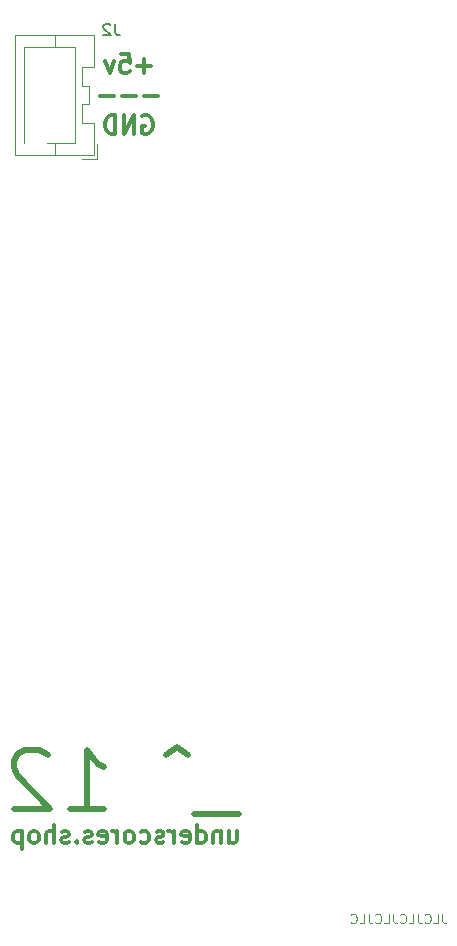
<source format=gbr>
%TF.GenerationSoftware,KiCad,Pcbnew,7.0.9*%
%TF.CreationDate,2024-05-17T11:53:30+10:00*%
%TF.ProjectId,_rotary_,5f726f74-6172-4795-9f2e-6b696361645f,v0_1_2*%
%TF.SameCoordinates,Original*%
%TF.FileFunction,Legend,Bot*%
%TF.FilePolarity,Positive*%
%FSLAX46Y46*%
G04 Gerber Fmt 4.6, Leading zero omitted, Abs format (unit mm)*
G04 Created by KiCad (PCBNEW 7.0.9) date 2024-05-17 11:53:30*
%MOMM*%
%LPD*%
G01*
G04 APERTURE LIST*
%ADD10C,0.040000*%
%ADD11C,0.500000*%
%ADD12C,0.300000*%
%ADD13C,0.150000*%
%ADD14C,0.120000*%
G04 APERTURE END LIST*
D10*
X117541428Y-136112641D02*
X117541428Y-136691212D01*
X117541428Y-136691212D02*
X117579999Y-136806927D01*
X117579999Y-136806927D02*
X117657142Y-136884070D01*
X117657142Y-136884070D02*
X117772856Y-136922641D01*
X117772856Y-136922641D02*
X117849999Y-136922641D01*
X116769999Y-136922641D02*
X117155713Y-136922641D01*
X117155713Y-136922641D02*
X117155713Y-136112641D01*
X116037142Y-136845498D02*
X116075714Y-136884070D01*
X116075714Y-136884070D02*
X116191428Y-136922641D01*
X116191428Y-136922641D02*
X116268571Y-136922641D01*
X116268571Y-136922641D02*
X116384285Y-136884070D01*
X116384285Y-136884070D02*
X116461428Y-136806927D01*
X116461428Y-136806927D02*
X116499999Y-136729784D01*
X116499999Y-136729784D02*
X116538571Y-136575498D01*
X116538571Y-136575498D02*
X116538571Y-136459784D01*
X116538571Y-136459784D02*
X116499999Y-136305498D01*
X116499999Y-136305498D02*
X116461428Y-136228355D01*
X116461428Y-136228355D02*
X116384285Y-136151212D01*
X116384285Y-136151212D02*
X116268571Y-136112641D01*
X116268571Y-136112641D02*
X116191428Y-136112641D01*
X116191428Y-136112641D02*
X116075714Y-136151212D01*
X116075714Y-136151212D02*
X116037142Y-136189784D01*
X115458571Y-136112641D02*
X115458571Y-136691212D01*
X115458571Y-136691212D02*
X115497142Y-136806927D01*
X115497142Y-136806927D02*
X115574285Y-136884070D01*
X115574285Y-136884070D02*
X115689999Y-136922641D01*
X115689999Y-136922641D02*
X115767142Y-136922641D01*
X114687142Y-136922641D02*
X115072856Y-136922641D01*
X115072856Y-136922641D02*
X115072856Y-136112641D01*
X113954285Y-136845498D02*
X113992857Y-136884070D01*
X113992857Y-136884070D02*
X114108571Y-136922641D01*
X114108571Y-136922641D02*
X114185714Y-136922641D01*
X114185714Y-136922641D02*
X114301428Y-136884070D01*
X114301428Y-136884070D02*
X114378571Y-136806927D01*
X114378571Y-136806927D02*
X114417142Y-136729784D01*
X114417142Y-136729784D02*
X114455714Y-136575498D01*
X114455714Y-136575498D02*
X114455714Y-136459784D01*
X114455714Y-136459784D02*
X114417142Y-136305498D01*
X114417142Y-136305498D02*
X114378571Y-136228355D01*
X114378571Y-136228355D02*
X114301428Y-136151212D01*
X114301428Y-136151212D02*
X114185714Y-136112641D01*
X114185714Y-136112641D02*
X114108571Y-136112641D01*
X114108571Y-136112641D02*
X113992857Y-136151212D01*
X113992857Y-136151212D02*
X113954285Y-136189784D01*
X113375714Y-136112641D02*
X113375714Y-136691212D01*
X113375714Y-136691212D02*
X113414285Y-136806927D01*
X113414285Y-136806927D02*
X113491428Y-136884070D01*
X113491428Y-136884070D02*
X113607142Y-136922641D01*
X113607142Y-136922641D02*
X113684285Y-136922641D01*
X112604285Y-136922641D02*
X112989999Y-136922641D01*
X112989999Y-136922641D02*
X112989999Y-136112641D01*
X111871428Y-136845498D02*
X111910000Y-136884070D01*
X111910000Y-136884070D02*
X112025714Y-136922641D01*
X112025714Y-136922641D02*
X112102857Y-136922641D01*
X112102857Y-136922641D02*
X112218571Y-136884070D01*
X112218571Y-136884070D02*
X112295714Y-136806927D01*
X112295714Y-136806927D02*
X112334285Y-136729784D01*
X112334285Y-136729784D02*
X112372857Y-136575498D01*
X112372857Y-136575498D02*
X112372857Y-136459784D01*
X112372857Y-136459784D02*
X112334285Y-136305498D01*
X112334285Y-136305498D02*
X112295714Y-136228355D01*
X112295714Y-136228355D02*
X112218571Y-136151212D01*
X112218571Y-136151212D02*
X112102857Y-136112641D01*
X112102857Y-136112641D02*
X112025714Y-136112641D01*
X112025714Y-136112641D02*
X111910000Y-136151212D01*
X111910000Y-136151212D02*
X111871428Y-136189784D01*
X111292857Y-136112641D02*
X111292857Y-136691212D01*
X111292857Y-136691212D02*
X111331428Y-136806927D01*
X111331428Y-136806927D02*
X111408571Y-136884070D01*
X111408571Y-136884070D02*
X111524285Y-136922641D01*
X111524285Y-136922641D02*
X111601428Y-136922641D01*
X110521428Y-136922641D02*
X110907142Y-136922641D01*
X110907142Y-136922641D02*
X110907142Y-136112641D01*
X109788571Y-136845498D02*
X109827143Y-136884070D01*
X109827143Y-136884070D02*
X109942857Y-136922641D01*
X109942857Y-136922641D02*
X110020000Y-136922641D01*
X110020000Y-136922641D02*
X110135714Y-136884070D01*
X110135714Y-136884070D02*
X110212857Y-136806927D01*
X110212857Y-136806927D02*
X110251428Y-136729784D01*
X110251428Y-136729784D02*
X110290000Y-136575498D01*
X110290000Y-136575498D02*
X110290000Y-136459784D01*
X110290000Y-136459784D02*
X110251428Y-136305498D01*
X110251428Y-136305498D02*
X110212857Y-136228355D01*
X110212857Y-136228355D02*
X110135714Y-136151212D01*
X110135714Y-136151212D02*
X110020000Y-136112641D01*
X110020000Y-136112641D02*
X109942857Y-136112641D01*
X109942857Y-136112641D02*
X109827143Y-136151212D01*
X109827143Y-136151212D02*
X109788571Y-136189784D01*
D11*
X100300000Y-127713285D02*
X96490476Y-127713285D01*
X96014285Y-122713285D02*
X95061904Y-121999000D01*
X95061904Y-121999000D02*
X94109523Y-122713285D01*
X86014285Y-127237095D02*
X88871428Y-127237095D01*
X87442856Y-127237095D02*
X87442856Y-122237095D01*
X87442856Y-122237095D02*
X87919047Y-122951380D01*
X87919047Y-122951380D02*
X88395237Y-123427571D01*
X88395237Y-123427571D02*
X88871428Y-123665666D01*
X84109523Y-122713285D02*
X83871427Y-122475190D01*
X83871427Y-122475190D02*
X83395237Y-122237095D01*
X83395237Y-122237095D02*
X82204761Y-122237095D01*
X82204761Y-122237095D02*
X81728570Y-122475190D01*
X81728570Y-122475190D02*
X81490475Y-122713285D01*
X81490475Y-122713285D02*
X81252380Y-123189476D01*
X81252380Y-123189476D02*
X81252380Y-123665666D01*
X81252380Y-123665666D02*
X81490475Y-124379952D01*
X81490475Y-124379952D02*
X84347618Y-127237095D01*
X84347618Y-127237095D02*
X81252380Y-127237095D01*
D12*
X92857142Y-64339066D02*
X91714285Y-64339066D01*
X92285713Y-64948590D02*
X92285713Y-63729542D01*
X90285713Y-63348590D02*
X90999999Y-63348590D01*
X90999999Y-63348590D02*
X91071427Y-64110495D01*
X91071427Y-64110495D02*
X90999999Y-64034304D01*
X90999999Y-64034304D02*
X90857142Y-63958114D01*
X90857142Y-63958114D02*
X90499999Y-63958114D01*
X90499999Y-63958114D02*
X90357142Y-64034304D01*
X90357142Y-64034304D02*
X90285713Y-64110495D01*
X90285713Y-64110495D02*
X90214284Y-64262876D01*
X90214284Y-64262876D02*
X90214284Y-64643828D01*
X90214284Y-64643828D02*
X90285713Y-64796209D01*
X90285713Y-64796209D02*
X90357142Y-64872400D01*
X90357142Y-64872400D02*
X90499999Y-64948590D01*
X90499999Y-64948590D02*
X90857142Y-64948590D01*
X90857142Y-64948590D02*
X90999999Y-64872400D01*
X90999999Y-64872400D02*
X91071427Y-64796209D01*
X89714285Y-63881923D02*
X89357142Y-64948590D01*
X89357142Y-64948590D02*
X88999999Y-63881923D01*
X93428571Y-66915066D02*
X92285714Y-66915066D01*
X91571428Y-66915066D02*
X90428571Y-66915066D01*
X89714285Y-66915066D02*
X88571428Y-66915066D01*
X92142856Y-68576780D02*
X92285714Y-68500590D01*
X92285714Y-68500590D02*
X92499999Y-68500590D01*
X92499999Y-68500590D02*
X92714285Y-68576780D01*
X92714285Y-68576780D02*
X92857142Y-68729161D01*
X92857142Y-68729161D02*
X92928571Y-68881542D01*
X92928571Y-68881542D02*
X92999999Y-69186304D01*
X92999999Y-69186304D02*
X92999999Y-69414876D01*
X92999999Y-69414876D02*
X92928571Y-69719638D01*
X92928571Y-69719638D02*
X92857142Y-69872019D01*
X92857142Y-69872019D02*
X92714285Y-70024400D01*
X92714285Y-70024400D02*
X92499999Y-70100590D01*
X92499999Y-70100590D02*
X92357142Y-70100590D01*
X92357142Y-70100590D02*
X92142856Y-70024400D01*
X92142856Y-70024400D02*
X92071428Y-69948209D01*
X92071428Y-69948209D02*
X92071428Y-69414876D01*
X92071428Y-69414876D02*
X92357142Y-69414876D01*
X91428571Y-70100590D02*
X91428571Y-68500590D01*
X91428571Y-68500590D02*
X90571428Y-70100590D01*
X90571428Y-70100590D02*
X90571428Y-68500590D01*
X89857142Y-70100590D02*
X89857142Y-68500590D01*
X89857142Y-68500590D02*
X89499999Y-68500590D01*
X89499999Y-68500590D02*
X89285713Y-68576780D01*
X89285713Y-68576780D02*
X89142856Y-68729161D01*
X89142856Y-68729161D02*
X89071427Y-68881542D01*
X89071427Y-68881542D02*
X88999999Y-69186304D01*
X88999999Y-69186304D02*
X88999999Y-69414876D01*
X88999999Y-69414876D02*
X89071427Y-69719638D01*
X89071427Y-69719638D02*
X89142856Y-69872019D01*
X89142856Y-69872019D02*
X89285713Y-70024400D01*
X89285713Y-70024400D02*
X89499999Y-70100590D01*
X89499999Y-70100590D02*
X89857142Y-70100590D01*
X99485714Y-129128328D02*
X99485714Y-130128328D01*
X100128571Y-129128328D02*
X100128571Y-129914042D01*
X100128571Y-129914042D02*
X100057142Y-130056900D01*
X100057142Y-130056900D02*
X99914285Y-130128328D01*
X99914285Y-130128328D02*
X99699999Y-130128328D01*
X99699999Y-130128328D02*
X99557142Y-130056900D01*
X99557142Y-130056900D02*
X99485714Y-129985471D01*
X98771428Y-129128328D02*
X98771428Y-130128328D01*
X98771428Y-129271185D02*
X98699999Y-129199757D01*
X98699999Y-129199757D02*
X98557142Y-129128328D01*
X98557142Y-129128328D02*
X98342856Y-129128328D01*
X98342856Y-129128328D02*
X98199999Y-129199757D01*
X98199999Y-129199757D02*
X98128571Y-129342614D01*
X98128571Y-129342614D02*
X98128571Y-130128328D01*
X96771428Y-130128328D02*
X96771428Y-128628328D01*
X96771428Y-130056900D02*
X96914285Y-130128328D01*
X96914285Y-130128328D02*
X97199999Y-130128328D01*
X97199999Y-130128328D02*
X97342856Y-130056900D01*
X97342856Y-130056900D02*
X97414285Y-129985471D01*
X97414285Y-129985471D02*
X97485713Y-129842614D01*
X97485713Y-129842614D02*
X97485713Y-129414042D01*
X97485713Y-129414042D02*
X97414285Y-129271185D01*
X97414285Y-129271185D02*
X97342856Y-129199757D01*
X97342856Y-129199757D02*
X97199999Y-129128328D01*
X97199999Y-129128328D02*
X96914285Y-129128328D01*
X96914285Y-129128328D02*
X96771428Y-129199757D01*
X95485713Y-130056900D02*
X95628570Y-130128328D01*
X95628570Y-130128328D02*
X95914285Y-130128328D01*
X95914285Y-130128328D02*
X96057142Y-130056900D01*
X96057142Y-130056900D02*
X96128570Y-129914042D01*
X96128570Y-129914042D02*
X96128570Y-129342614D01*
X96128570Y-129342614D02*
X96057142Y-129199757D01*
X96057142Y-129199757D02*
X95914285Y-129128328D01*
X95914285Y-129128328D02*
X95628570Y-129128328D01*
X95628570Y-129128328D02*
X95485713Y-129199757D01*
X95485713Y-129199757D02*
X95414285Y-129342614D01*
X95414285Y-129342614D02*
X95414285Y-129485471D01*
X95414285Y-129485471D02*
X96128570Y-129628328D01*
X94771428Y-130128328D02*
X94771428Y-129128328D01*
X94771428Y-129414042D02*
X94699999Y-129271185D01*
X94699999Y-129271185D02*
X94628571Y-129199757D01*
X94628571Y-129199757D02*
X94485713Y-129128328D01*
X94485713Y-129128328D02*
X94342856Y-129128328D01*
X93914285Y-130056900D02*
X93771428Y-130128328D01*
X93771428Y-130128328D02*
X93485714Y-130128328D01*
X93485714Y-130128328D02*
X93342857Y-130056900D01*
X93342857Y-130056900D02*
X93271428Y-129914042D01*
X93271428Y-129914042D02*
X93271428Y-129842614D01*
X93271428Y-129842614D02*
X93342857Y-129699757D01*
X93342857Y-129699757D02*
X93485714Y-129628328D01*
X93485714Y-129628328D02*
X93700000Y-129628328D01*
X93700000Y-129628328D02*
X93842857Y-129556900D01*
X93842857Y-129556900D02*
X93914285Y-129414042D01*
X93914285Y-129414042D02*
X93914285Y-129342614D01*
X93914285Y-129342614D02*
X93842857Y-129199757D01*
X93842857Y-129199757D02*
X93700000Y-129128328D01*
X93700000Y-129128328D02*
X93485714Y-129128328D01*
X93485714Y-129128328D02*
X93342857Y-129199757D01*
X91985714Y-130056900D02*
X92128571Y-130128328D01*
X92128571Y-130128328D02*
X92414285Y-130128328D01*
X92414285Y-130128328D02*
X92557142Y-130056900D01*
X92557142Y-130056900D02*
X92628571Y-129985471D01*
X92628571Y-129985471D02*
X92699999Y-129842614D01*
X92699999Y-129842614D02*
X92699999Y-129414042D01*
X92699999Y-129414042D02*
X92628571Y-129271185D01*
X92628571Y-129271185D02*
X92557142Y-129199757D01*
X92557142Y-129199757D02*
X92414285Y-129128328D01*
X92414285Y-129128328D02*
X92128571Y-129128328D01*
X92128571Y-129128328D02*
X91985714Y-129199757D01*
X91128571Y-130128328D02*
X91271428Y-130056900D01*
X91271428Y-130056900D02*
X91342857Y-129985471D01*
X91342857Y-129985471D02*
X91414285Y-129842614D01*
X91414285Y-129842614D02*
X91414285Y-129414042D01*
X91414285Y-129414042D02*
X91342857Y-129271185D01*
X91342857Y-129271185D02*
X91271428Y-129199757D01*
X91271428Y-129199757D02*
X91128571Y-129128328D01*
X91128571Y-129128328D02*
X90914285Y-129128328D01*
X90914285Y-129128328D02*
X90771428Y-129199757D01*
X90771428Y-129199757D02*
X90700000Y-129271185D01*
X90700000Y-129271185D02*
X90628571Y-129414042D01*
X90628571Y-129414042D02*
X90628571Y-129842614D01*
X90628571Y-129842614D02*
X90700000Y-129985471D01*
X90700000Y-129985471D02*
X90771428Y-130056900D01*
X90771428Y-130056900D02*
X90914285Y-130128328D01*
X90914285Y-130128328D02*
X91128571Y-130128328D01*
X89985714Y-130128328D02*
X89985714Y-129128328D01*
X89985714Y-129414042D02*
X89914285Y-129271185D01*
X89914285Y-129271185D02*
X89842857Y-129199757D01*
X89842857Y-129199757D02*
X89699999Y-129128328D01*
X89699999Y-129128328D02*
X89557142Y-129128328D01*
X88485714Y-130056900D02*
X88628571Y-130128328D01*
X88628571Y-130128328D02*
X88914286Y-130128328D01*
X88914286Y-130128328D02*
X89057143Y-130056900D01*
X89057143Y-130056900D02*
X89128571Y-129914042D01*
X89128571Y-129914042D02*
X89128571Y-129342614D01*
X89128571Y-129342614D02*
X89057143Y-129199757D01*
X89057143Y-129199757D02*
X88914286Y-129128328D01*
X88914286Y-129128328D02*
X88628571Y-129128328D01*
X88628571Y-129128328D02*
X88485714Y-129199757D01*
X88485714Y-129199757D02*
X88414286Y-129342614D01*
X88414286Y-129342614D02*
X88414286Y-129485471D01*
X88414286Y-129485471D02*
X89128571Y-129628328D01*
X87842857Y-130056900D02*
X87700000Y-130128328D01*
X87700000Y-130128328D02*
X87414286Y-130128328D01*
X87414286Y-130128328D02*
X87271429Y-130056900D01*
X87271429Y-130056900D02*
X87200000Y-129914042D01*
X87200000Y-129914042D02*
X87200000Y-129842614D01*
X87200000Y-129842614D02*
X87271429Y-129699757D01*
X87271429Y-129699757D02*
X87414286Y-129628328D01*
X87414286Y-129628328D02*
X87628572Y-129628328D01*
X87628572Y-129628328D02*
X87771429Y-129556900D01*
X87771429Y-129556900D02*
X87842857Y-129414042D01*
X87842857Y-129414042D02*
X87842857Y-129342614D01*
X87842857Y-129342614D02*
X87771429Y-129199757D01*
X87771429Y-129199757D02*
X87628572Y-129128328D01*
X87628572Y-129128328D02*
X87414286Y-129128328D01*
X87414286Y-129128328D02*
X87271429Y-129199757D01*
X86557143Y-129985471D02*
X86485714Y-130056900D01*
X86485714Y-130056900D02*
X86557143Y-130128328D01*
X86557143Y-130128328D02*
X86628571Y-130056900D01*
X86628571Y-130056900D02*
X86557143Y-129985471D01*
X86557143Y-129985471D02*
X86557143Y-130128328D01*
X85914285Y-130056900D02*
X85771428Y-130128328D01*
X85771428Y-130128328D02*
X85485714Y-130128328D01*
X85485714Y-130128328D02*
X85342857Y-130056900D01*
X85342857Y-130056900D02*
X85271428Y-129914042D01*
X85271428Y-129914042D02*
X85271428Y-129842614D01*
X85271428Y-129842614D02*
X85342857Y-129699757D01*
X85342857Y-129699757D02*
X85485714Y-129628328D01*
X85485714Y-129628328D02*
X85700000Y-129628328D01*
X85700000Y-129628328D02*
X85842857Y-129556900D01*
X85842857Y-129556900D02*
X85914285Y-129414042D01*
X85914285Y-129414042D02*
X85914285Y-129342614D01*
X85914285Y-129342614D02*
X85842857Y-129199757D01*
X85842857Y-129199757D02*
X85700000Y-129128328D01*
X85700000Y-129128328D02*
X85485714Y-129128328D01*
X85485714Y-129128328D02*
X85342857Y-129199757D01*
X84628571Y-130128328D02*
X84628571Y-128628328D01*
X83985714Y-130128328D02*
X83985714Y-129342614D01*
X83985714Y-129342614D02*
X84057142Y-129199757D01*
X84057142Y-129199757D02*
X84199999Y-129128328D01*
X84199999Y-129128328D02*
X84414285Y-129128328D01*
X84414285Y-129128328D02*
X84557142Y-129199757D01*
X84557142Y-129199757D02*
X84628571Y-129271185D01*
X83057142Y-130128328D02*
X83199999Y-130056900D01*
X83199999Y-130056900D02*
X83271428Y-129985471D01*
X83271428Y-129985471D02*
X83342856Y-129842614D01*
X83342856Y-129842614D02*
X83342856Y-129414042D01*
X83342856Y-129414042D02*
X83271428Y-129271185D01*
X83271428Y-129271185D02*
X83199999Y-129199757D01*
X83199999Y-129199757D02*
X83057142Y-129128328D01*
X83057142Y-129128328D02*
X82842856Y-129128328D01*
X82842856Y-129128328D02*
X82699999Y-129199757D01*
X82699999Y-129199757D02*
X82628571Y-129271185D01*
X82628571Y-129271185D02*
X82557142Y-129414042D01*
X82557142Y-129414042D02*
X82557142Y-129842614D01*
X82557142Y-129842614D02*
X82628571Y-129985471D01*
X82628571Y-129985471D02*
X82699999Y-130056900D01*
X82699999Y-130056900D02*
X82842856Y-130128328D01*
X82842856Y-130128328D02*
X83057142Y-130128328D01*
X81914285Y-129128328D02*
X81914285Y-130628328D01*
X81914285Y-129199757D02*
X81771428Y-129128328D01*
X81771428Y-129128328D02*
X81485713Y-129128328D01*
X81485713Y-129128328D02*
X81342856Y-129199757D01*
X81342856Y-129199757D02*
X81271428Y-129271185D01*
X81271428Y-129271185D02*
X81199999Y-129414042D01*
X81199999Y-129414042D02*
X81199999Y-129842614D01*
X81199999Y-129842614D02*
X81271428Y-129985471D01*
X81271428Y-129985471D02*
X81342856Y-130056900D01*
X81342856Y-130056900D02*
X81485713Y-130128328D01*
X81485713Y-130128328D02*
X81771428Y-130128328D01*
X81771428Y-130128328D02*
X81914285Y-130056900D01*
D13*
X89833333Y-60754819D02*
X89833333Y-61469104D01*
X89833333Y-61469104D02*
X89880952Y-61611961D01*
X89880952Y-61611961D02*
X89976190Y-61707200D01*
X89976190Y-61707200D02*
X90119047Y-61754819D01*
X90119047Y-61754819D02*
X90214285Y-61754819D01*
X89404761Y-60850057D02*
X89357142Y-60802438D01*
X89357142Y-60802438D02*
X89261904Y-60754819D01*
X89261904Y-60754819D02*
X89023809Y-60754819D01*
X89023809Y-60754819D02*
X88928571Y-60802438D01*
X88928571Y-60802438D02*
X88880952Y-60850057D01*
X88880952Y-60850057D02*
X88833333Y-60945295D01*
X88833333Y-60945295D02*
X88833333Y-61040533D01*
X88833333Y-61040533D02*
X88880952Y-61183390D01*
X88880952Y-61183390D02*
X89452380Y-61754819D01*
X89452380Y-61754819D02*
X88833333Y-61754819D01*
D14*
%TO.C,J2*%
X88310000Y-72210000D02*
X87060000Y-72210000D01*
X81390000Y-71910000D02*
X81390000Y-61690000D01*
X84700000Y-71910000D02*
X84700000Y-70900000D01*
X88010000Y-71910000D02*
X81390000Y-71910000D01*
X88310000Y-70960000D02*
X88310000Y-72210000D01*
X84100000Y-70900000D02*
X86400000Y-70900000D01*
X86400000Y-70900000D02*
X86400000Y-62700000D01*
X87010000Y-69200000D02*
X88010000Y-69200000D01*
X88010000Y-69200000D02*
X88010000Y-71910000D01*
X87010000Y-67600000D02*
X87010000Y-69200000D01*
X87610000Y-67600000D02*
X87010000Y-67600000D01*
X87010000Y-66000000D02*
X87610000Y-66000000D01*
X87610000Y-66000000D02*
X87610000Y-67600000D01*
X87010000Y-64400000D02*
X87010000Y-66000000D01*
X88010000Y-64400000D02*
X87010000Y-64400000D01*
X82100000Y-62700000D02*
X82100000Y-70900000D01*
X86400000Y-62700000D02*
X82100000Y-62700000D01*
X81390000Y-61690000D02*
X88010000Y-61690000D01*
X84700000Y-61690000D02*
X84700000Y-62700000D01*
X88010000Y-61690000D02*
X88010000Y-64400000D01*
%TD*%
M02*

</source>
